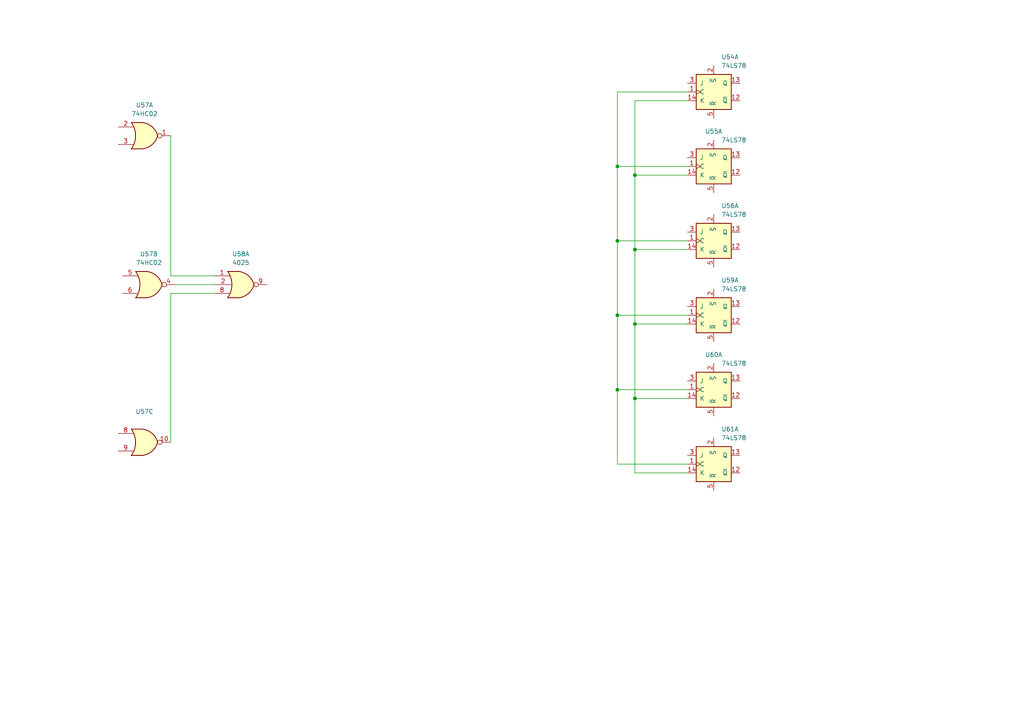
<source format=kicad_sch>
(kicad_sch (version 20230121) (generator eeschema)

  (uuid d9b49627-c6a7-4016-8b04-3270d41b248d)

  (paper "A4")

  (lib_symbols
    (symbol "4xxx:4025" (pin_names (offset 1.016)) (in_bom yes) (on_board yes)
      (property "Reference" "U" (at 0 1.27 0)
        (effects (font (size 1.27 1.27)))
      )
      (property "Value" "4025" (at 0 -1.27 0)
        (effects (font (size 1.27 1.27)))
      )
      (property "Footprint" "" (at 0 0 0)
        (effects (font (size 1.27 1.27)) hide)
      )
      (property "Datasheet" "http://www.intersil.com/content/dam/Intersil/documents/cd40/cd4000bms-01bms-02bms-25bms.pdf" (at 0 0 0)
        (effects (font (size 1.27 1.27)) hide)
      )
      (property "ki_locked" "" (at 0 0 0)
        (effects (font (size 1.27 1.27)))
      )
      (property "ki_keywords" "CMOS Nor3" (at 0 0 0)
        (effects (font (size 1.27 1.27)) hide)
      )
      (property "ki_description" "Triple Nor 3 inputs" (at 0 0 0)
        (effects (font (size 1.27 1.27)) hide)
      )
      (property "ki_fp_filters" "DIP?14*" (at 0 0 0)
        (effects (font (size 1.27 1.27)) hide)
      )
      (symbol "4025_1_1"
        (arc (start -3.81 -3.81) (mid -2.589 0) (end -3.81 3.81)
          (stroke (width 0.254) (type default))
          (fill (type none))
        )
        (arc (start -0.6096 -3.81) (mid 2.1842 -2.5851) (end 3.81 0)
          (stroke (width 0.254) (type default))
          (fill (type background))
        )
        (polyline
          (pts
            (xy -3.81 -3.81)
            (xy -0.635 -3.81)
          )
          (stroke (width 0.254) (type default))
          (fill (type background))
        )
        (polyline
          (pts
            (xy -3.81 3.81)
            (xy -0.635 3.81)
          )
          (stroke (width 0.254) (type default))
          (fill (type background))
        )
        (polyline
          (pts
            (xy -0.635 3.81)
            (xy -3.81 3.81)
            (xy -3.81 3.81)
            (xy -3.556 3.4036)
            (xy -3.0226 2.2606)
            (xy -2.6924 1.0414)
            (xy -2.6162 -0.254)
            (xy -2.7686 -1.4986)
            (xy -3.175 -2.7178)
            (xy -3.81 -3.81)
            (xy -3.81 -3.81)
            (xy -0.635 -3.81)
          )
          (stroke (width -25.4) (type default))
          (fill (type background))
        )
        (arc (start 3.81 0) (mid 2.1915 2.5936) (end -0.6096 3.81)
          (stroke (width 0.254) (type default))
          (fill (type background))
        )
        (pin input line (at -7.62 2.54 0) (length 4.318)
          (name "~" (effects (font (size 1.27 1.27))))
          (number "1" (effects (font (size 1.27 1.27))))
        )
        (pin input line (at -7.62 0 0) (length 4.953)
          (name "~" (effects (font (size 1.27 1.27))))
          (number "2" (effects (font (size 1.27 1.27))))
        )
        (pin input line (at -7.62 -2.54 0) (length 4.318)
          (name "~" (effects (font (size 1.27 1.27))))
          (number "8" (effects (font (size 1.27 1.27))))
        )
        (pin output inverted (at 7.62 0 180) (length 3.81)
          (name "~" (effects (font (size 1.27 1.27))))
          (number "9" (effects (font (size 1.27 1.27))))
        )
      )
      (symbol "4025_1_2"
        (arc (start 0 -3.81) (mid 3.7934 0) (end 0 3.81)
          (stroke (width 0.254) (type default))
          (fill (type background))
        )
        (polyline
          (pts
            (xy 0 3.81)
            (xy -3.81 3.81)
            (xy -3.81 -3.81)
            (xy 0 -3.81)
          )
          (stroke (width 0.254) (type default))
          (fill (type background))
        )
        (pin input inverted (at -7.62 2.54 0) (length 3.81)
          (name "~" (effects (font (size 1.27 1.27))))
          (number "1" (effects (font (size 1.27 1.27))))
        )
        (pin input inverted (at -7.62 0 0) (length 3.81)
          (name "~" (effects (font (size 1.27 1.27))))
          (number "2" (effects (font (size 1.27 1.27))))
        )
        (pin input inverted (at -7.62 -2.54 0) (length 3.81)
          (name "~" (effects (font (size 1.27 1.27))))
          (number "8" (effects (font (size 1.27 1.27))))
        )
        (pin output line (at 7.62 0 180) (length 3.81)
          (name "~" (effects (font (size 1.27 1.27))))
          (number "9" (effects (font (size 1.27 1.27))))
        )
      )
      (symbol "4025_2_1"
        (arc (start -3.81 -3.81) (mid -2.589 0) (end -3.81 3.81)
          (stroke (width 0.254) (type default))
          (fill (type none))
        )
        (arc (start -0.6096 -3.81) (mid 2.1842 -2.5851) (end 3.81 0)
          (stroke (width 0.254) (type default))
          (fill (type background))
        )
        (polyline
          (pts
            (xy -3.81 -3.81)
            (xy -0.635 -3.81)
          )
          (stroke (width 0.254) (type default))
          (fill (type background))
        )
        (polyline
          (pts
            (xy -3.81 3.81)
            (xy -0.635 3.81)
          )
          (stroke (width 0.254) (type default))
          (fill (type background))
        )
        (polyline
          (pts
            (xy -0.635 3.81)
            (xy -3.81 3.81)
            (xy -3.81 3.81)
            (xy -3.556 3.4036)
            (xy -3.0226 2.2606)
            (xy -2.6924 1.0414)
            (xy -2.6162 -0.254)
            (xy -2.7686 -1.4986)
            (xy -3.175 -2.7178)
            (xy -3.81 -3.81)
            (xy -3.81 -3.81)
            (xy -0.635 -3.81)
          )
          (stroke (width -25.4) (type default))
          (fill (type background))
        )
        (arc (start 3.81 0) (mid 2.1915 2.5936) (end -0.6096 3.81)
          (stroke (width 0.254) (type default))
          (fill (type background))
        )
        (pin input line (at -7.62 2.54 0) (length 4.318)
          (name "~" (effects (font (size 1.27 1.27))))
          (number "3" (effects (font (size 1.27 1.27))))
        )
        (pin input line (at -7.62 0 0) (length 4.953)
          (name "~" (effects (font (size 1.27 1.27))))
          (number "4" (effects (font (size 1.27 1.27))))
        )
        (pin input line (at -7.62 -2.54 0) (length 4.318)
          (name "~" (effects (font (size 1.27 1.27))))
          (number "5" (effects (font (size 1.27 1.27))))
        )
        (pin output inverted (at 7.62 0 180) (length 3.81)
          (name "~" (effects (font (size 1.27 1.27))))
          (number "6" (effects (font (size 1.27 1.27))))
        )
      )
      (symbol "4025_2_2"
        (arc (start 0 -3.81) (mid 3.7934 0) (end 0 3.81)
          (stroke (width 0.254) (type default))
          (fill (type background))
        )
        (polyline
          (pts
            (xy 0 3.81)
            (xy -3.81 3.81)
            (xy -3.81 -3.81)
            (xy 0 -3.81)
          )
          (stroke (width 0.254) (type default))
          (fill (type background))
        )
        (pin input inverted (at -7.62 2.54 0) (length 3.81)
          (name "~" (effects (font (size 1.27 1.27))))
          (number "3" (effects (font (size 1.27 1.27))))
        )
        (pin input inverted (at -7.62 0 0) (length 3.81)
          (name "~" (effects (font (size 1.27 1.27))))
          (number "4" (effects (font (size 1.27 1.27))))
        )
        (pin input inverted (at -7.62 -2.54 0) (length 3.81)
          (name "~" (effects (font (size 1.27 1.27))))
          (number "5" (effects (font (size 1.27 1.27))))
        )
        (pin output line (at 7.62 0 180) (length 3.81)
          (name "~" (effects (font (size 1.27 1.27))))
          (number "6" (effects (font (size 1.27 1.27))))
        )
      )
      (symbol "4025_3_1"
        (arc (start -3.81 -3.81) (mid -2.589 0) (end -3.81 3.81)
          (stroke (width 0.254) (type default))
          (fill (type none))
        )
        (arc (start -0.6096 -3.81) (mid 2.1842 -2.5851) (end 3.81 0)
          (stroke (width 0.254) (type default))
          (fill (type background))
        )
        (polyline
          (pts
            (xy -3.81 -3.81)
            (xy -0.635 -3.81)
          )
          (stroke (width 0.254) (type default))
          (fill (type background))
        )
        (polyline
          (pts
            (xy -3.81 3.81)
            (xy -0.635 3.81)
          )
          (stroke (width 0.254) (type default))
          (fill (type background))
        )
        (polyline
          (pts
            (xy -0.635 3.81)
            (xy -3.81 3.81)
            (xy -3.81 3.81)
            (xy -3.556 3.4036)
            (xy -3.0226 2.2606)
            (xy -2.6924 1.0414)
            (xy -2.6162 -0.254)
            (xy -2.7686 -1.4986)
            (xy -3.175 -2.7178)
            (xy -3.81 -3.81)
            (xy -3.81 -3.81)
            (xy -0.635 -3.81)
          )
          (stroke (width -25.4) (type default))
          (fill (type background))
        )
        (arc (start 3.81 0) (mid 2.1915 2.5936) (end -0.6096 3.81)
          (stroke (width 0.254) (type default))
          (fill (type background))
        )
        (pin output inverted (at 7.62 0 180) (length 3.81)
          (name "~" (effects (font (size 1.27 1.27))))
          (number "10" (effects (font (size 1.27 1.27))))
        )
        (pin input line (at -7.62 2.54 0) (length 4.318)
          (name "~" (effects (font (size 1.27 1.27))))
          (number "11" (effects (font (size 1.27 1.27))))
        )
        (pin input line (at -7.62 0 0) (length 4.953)
          (name "~" (effects (font (size 1.27 1.27))))
          (number "12" (effects (font (size 1.27 1.27))))
        )
        (pin input line (at -7.62 -2.54 0) (length 4.318)
          (name "~" (effects (font (size 1.27 1.27))))
          (number "13" (effects (font (size 1.27 1.27))))
        )
      )
      (symbol "4025_3_2"
        (arc (start 0 -3.81) (mid 3.7934 0) (end 0 3.81)
          (stroke (width 0.254) (type default))
          (fill (type background))
        )
        (polyline
          (pts
            (xy 0 3.81)
            (xy -3.81 3.81)
            (xy -3.81 -3.81)
            (xy 0 -3.81)
          )
          (stroke (width 0.254) (type default))
          (fill (type background))
        )
        (pin output line (at 7.62 0 180) (length 3.81)
          (name "~" (effects (font (size 1.27 1.27))))
          (number "10" (effects (font (size 1.27 1.27))))
        )
        (pin input inverted (at -7.62 2.54 0) (length 3.81)
          (name "~" (effects (font (size 1.27 1.27))))
          (number "11" (effects (font (size 1.27 1.27))))
        )
        (pin input inverted (at -7.62 0 0) (length 3.81)
          (name "~" (effects (font (size 1.27 1.27))))
          (number "12" (effects (font (size 1.27 1.27))))
        )
        (pin input inverted (at -7.62 -2.54 0) (length 3.81)
          (name "~" (effects (font (size 1.27 1.27))))
          (number "13" (effects (font (size 1.27 1.27))))
        )
      )
      (symbol "4025_4_0"
        (pin power_in line (at 0 12.7 270) (length 5.08)
          (name "VDD" (effects (font (size 1.27 1.27))))
          (number "14" (effects (font (size 1.27 1.27))))
        )
        (pin power_in line (at 0 -12.7 90) (length 5.08)
          (name "VSS" (effects (font (size 1.27 1.27))))
          (number "7" (effects (font (size 1.27 1.27))))
        )
      )
      (symbol "4025_4_1"
        (rectangle (start -5.08 7.62) (end 5.08 -7.62)
          (stroke (width 0.254) (type default))
          (fill (type background))
        )
      )
    )
    (symbol "74xx:74HC02" (pin_names (offset 1.016)) (in_bom yes) (on_board yes)
      (property "Reference" "U" (at 0 1.27 0)
        (effects (font (size 1.27 1.27)))
      )
      (property "Value" "74HC02" (at 0 -1.27 0)
        (effects (font (size 1.27 1.27)))
      )
      (property "Footprint" "" (at 0 0 0)
        (effects (font (size 1.27 1.27)) hide)
      )
      (property "Datasheet" "http://www.ti.com/lit/gpn/sn74hc02" (at 0 0 0)
        (effects (font (size 1.27 1.27)) hide)
      )
      (property "ki_locked" "" (at 0 0 0)
        (effects (font (size 1.27 1.27)))
      )
      (property "ki_keywords" "HCMOS Nor2" (at 0 0 0)
        (effects (font (size 1.27 1.27)) hide)
      )
      (property "ki_description" "quad 2-input NOR gate" (at 0 0 0)
        (effects (font (size 1.27 1.27)) hide)
      )
      (property "ki_fp_filters" "SO14* DIP*W7.62mm*" (at 0 0 0)
        (effects (font (size 1.27 1.27)) hide)
      )
      (symbol "74HC02_1_1"
        (arc (start -3.81 -3.81) (mid -2.589 0) (end -3.81 3.81)
          (stroke (width 0.254) (type default))
          (fill (type none))
        )
        (arc (start -0.6096 -3.81) (mid 2.1842 -2.5851) (end 3.81 0)
          (stroke (width 0.254) (type default))
          (fill (type background))
        )
        (polyline
          (pts
            (xy -3.81 -3.81)
            (xy -0.635 -3.81)
          )
          (stroke (width 0.254) (type default))
          (fill (type background))
        )
        (polyline
          (pts
            (xy -3.81 3.81)
            (xy -0.635 3.81)
          )
          (stroke (width 0.254) (type default))
          (fill (type background))
        )
        (polyline
          (pts
            (xy -0.635 3.81)
            (xy -3.81 3.81)
            (xy -3.81 3.81)
            (xy -3.556 3.4036)
            (xy -3.0226 2.2606)
            (xy -2.6924 1.0414)
            (xy -2.6162 -0.254)
            (xy -2.7686 -1.4986)
            (xy -3.175 -2.7178)
            (xy -3.81 -3.81)
            (xy -3.81 -3.81)
            (xy -0.635 -3.81)
          )
          (stroke (width -25.4) (type default))
          (fill (type background))
        )
        (arc (start 3.81 0) (mid 2.1915 2.5936) (end -0.6096 3.81)
          (stroke (width 0.254) (type default))
          (fill (type background))
        )
        (pin output inverted (at 7.62 0 180) (length 3.81)
          (name "~" (effects (font (size 1.27 1.27))))
          (number "1" (effects (font (size 1.27 1.27))))
        )
        (pin input line (at -7.62 2.54 0) (length 4.318)
          (name "~" (effects (font (size 1.27 1.27))))
          (number "2" (effects (font (size 1.27 1.27))))
        )
        (pin input line (at -7.62 -2.54 0) (length 4.318)
          (name "~" (effects (font (size 1.27 1.27))))
          (number "3" (effects (font (size 1.27 1.27))))
        )
      )
      (symbol "74HC02_1_2"
        (arc (start 0 -3.81) (mid 3.7934 0) (end 0 3.81)
          (stroke (width 0.254) (type default))
          (fill (type background))
        )
        (polyline
          (pts
            (xy 0 3.81)
            (xy -3.81 3.81)
            (xy -3.81 -3.81)
            (xy 0 -3.81)
          )
          (stroke (width 0.254) (type default))
          (fill (type background))
        )
        (pin output line (at 7.62 0 180) (length 3.81)
          (name "~" (effects (font (size 1.27 1.27))))
          (number "1" (effects (font (size 1.27 1.27))))
        )
        (pin input inverted (at -7.62 2.54 0) (length 3.81)
          (name "~" (effects (font (size 1.27 1.27))))
          (number "2" (effects (font (size 1.27 1.27))))
        )
        (pin input inverted (at -7.62 -2.54 0) (length 3.81)
          (name "~" (effects (font (size 1.27 1.27))))
          (number "3" (effects (font (size 1.27 1.27))))
        )
      )
      (symbol "74HC02_2_1"
        (arc (start -3.81 -3.81) (mid -2.589 0) (end -3.81 3.81)
          (stroke (width 0.254) (type default))
          (fill (type none))
        )
        (arc (start -0.6096 -3.81) (mid 2.1842 -2.5851) (end 3.81 0)
          (stroke (width 0.254) (type default))
          (fill (type background))
        )
        (polyline
          (pts
            (xy -3.81 -3.81)
            (xy -0.635 -3.81)
          )
          (stroke (width 0.254) (type default))
          (fill (type background))
        )
        (polyline
          (pts
            (xy -3.81 3.81)
            (xy -0.635 3.81)
          )
          (stroke (width 0.254) (type default))
          (fill (type background))
        )
        (polyline
          (pts
            (xy -0.635 3.81)
            (xy -3.81 3.81)
            (xy -3.81 3.81)
            (xy -3.556 3.4036)
            (xy -3.0226 2.2606)
            (xy -2.6924 1.0414)
            (xy -2.6162 -0.254)
            (xy -2.7686 -1.4986)
            (xy -3.175 -2.7178)
            (xy -3.81 -3.81)
            (xy -3.81 -3.81)
            (xy -0.635 -3.81)
          )
          (stroke (width -25.4) (type default))
          (fill (type background))
        )
        (arc (start 3.81 0) (mid 2.1915 2.5936) (end -0.6096 3.81)
          (stroke (width 0.254) (type default))
          (fill (type background))
        )
        (pin output inverted (at 7.62 0 180) (length 3.81)
          (name "~" (effects (font (size 1.27 1.27))))
          (number "4" (effects (font (size 1.27 1.27))))
        )
        (pin input line (at -7.62 2.54 0) (length 4.318)
          (name "~" (effects (font (size 1.27 1.27))))
          (number "5" (effects (font (size 1.27 1.27))))
        )
        (pin input line (at -7.62 -2.54 0) (length 4.318)
          (name "~" (effects (font (size 1.27 1.27))))
          (number "6" (effects (font (size 1.27 1.27))))
        )
      )
      (symbol "74HC02_2_2"
        (arc (start 0 -3.81) (mid 3.7934 0) (end 0 3.81)
          (stroke (width 0.254) (type default))
          (fill (type background))
        )
        (polyline
          (pts
            (xy 0 3.81)
            (xy -3.81 3.81)
            (xy -3.81 -3.81)
            (xy 0 -3.81)
          )
          (stroke (width 0.254) (type default))
          (fill (type background))
        )
        (pin output line (at 7.62 0 180) (length 3.81)
          (name "~" (effects (font (size 1.27 1.27))))
          (number "4" (effects (font (size 1.27 1.27))))
        )
        (pin input inverted (at -7.62 2.54 0) (length 3.81)
          (name "~" (effects (font (size 1.27 1.27))))
          (number "5" (effects (font (size 1.27 1.27))))
        )
        (pin input inverted (at -7.62 -2.54 0) (length 3.81)
          (name "~" (effects (font (size 1.27 1.27))))
          (number "6" (effects (font (size 1.27 1.27))))
        )
      )
      (symbol "74HC02_3_1"
        (arc (start -3.81 -3.81) (mid -2.589 0) (end -3.81 3.81)
          (stroke (width 0.254) (type default))
          (fill (type none))
        )
        (arc (start -0.6096 -3.81) (mid 2.1842 -2.5851) (end 3.81 0)
          (stroke (width 0.254) (type default))
          (fill (type background))
        )
        (polyline
          (pts
            (xy -3.81 -3.81)
            (xy -0.635 -3.81)
          )
          (stroke (width 0.254) (type default))
          (fill (type background))
        )
        (polyline
          (pts
            (xy -3.81 3.81)
            (xy -0.635 3.81)
          )
          (stroke (width 0.254) (type default))
          (fill (type background))
        )
        (polyline
          (pts
            (xy -0.635 3.81)
            (xy -3.81 3.81)
            (xy -3.81 3.81)
            (xy -3.556 3.4036)
            (xy -3.0226 2.2606)
            (xy -2.6924 1.0414)
            (xy -2.6162 -0.254)
            (xy -2.7686 -1.4986)
            (xy -3.175 -2.7178)
            (xy -3.81 -3.81)
            (xy -3.81 -3.81)
            (xy -0.635 -3.81)
          )
          (stroke (width -25.4) (type default))
          (fill (type background))
        )
        (arc (start 3.81 0) (mid 2.1915 2.5936) (end -0.6096 3.81)
          (stroke (width 0.254) (type default))
          (fill (type background))
        )
        (pin output inverted (at 7.62 0 180) (length 3.81)
          (name "~" (effects (font (size 1.27 1.27))))
          (number "10" (effects (font (size 1.27 1.27))))
        )
        (pin input line (at -7.62 2.54 0) (length 4.318)
          (name "~" (effects (font (size 1.27 1.27))))
          (number "8" (effects (font (size 1.27 1.27))))
        )
        (pin input line (at -7.62 -2.54 0) (length 4.318)
          (name "~" (effects (font (size 1.27 1.27))))
          (number "9" (effects (font (size 1.27 1.27))))
        )
      )
      (symbol "74HC02_3_2"
        (arc (start 0 -3.81) (mid 3.7934 0) (end 0 3.81)
          (stroke (width 0.254) (type default))
          (fill (type background))
        )
        (polyline
          (pts
            (xy 0 3.81)
            (xy -3.81 3.81)
            (xy -3.81 -3.81)
            (xy 0 -3.81)
          )
          (stroke (width 0.254) (type default))
          (fill (type background))
        )
        (pin output line (at 7.62 0 180) (length 3.81)
          (name "~" (effects (font (size 1.27 1.27))))
          (number "10" (effects (font (size 1.27 1.27))))
        )
        (pin input inverted (at -7.62 2.54 0) (length 3.81)
          (name "~" (effects (font (size 1.27 1.27))))
          (number "8" (effects (font (size 1.27 1.27))))
        )
        (pin input inverted (at -7.62 -2.54 0) (length 3.81)
          (name "~" (effects (font (size 1.27 1.27))))
          (number "9" (effects (font (size 1.27 1.27))))
        )
      )
      (symbol "74HC02_4_1"
        (arc (start -3.81 -3.81) (mid -2.589 0) (end -3.81 3.81)
          (stroke (width 0.254) (type default))
          (fill (type none))
        )
        (arc (start -0.6096 -3.81) (mid 2.1842 -2.5851) (end 3.81 0)
          (stroke (width 0.254) (type default))
          (fill (type background))
        )
        (polyline
          (pts
            (xy -3.81 -3.81)
            (xy -0.635 -3.81)
          )
          (stroke (width 0.254) (type default))
          (fill (type background))
        )
        (polyline
          (pts
            (xy -3.81 3.81)
            (xy -0.635 3.81)
          )
          (stroke (width 0.254) (type default))
          (fill (type background))
        )
        (polyline
          (pts
            (xy -0.635 3.81)
            (xy -3.81 3.81)
            (xy -3.81 3.81)
            (xy -3.556 3.4036)
            (xy -3.0226 2.2606)
            (xy -2.6924 1.0414)
            (xy -2.6162 -0.254)
            (xy -2.7686 -1.4986)
            (xy -3.175 -2.7178)
            (xy -3.81 -3.81)
            (xy -3.81 -3.81)
            (xy -0.635 -3.81)
          )
          (stroke (width -25.4) (type default))
          (fill (type background))
        )
        (arc (start 3.81 0) (mid 2.1915 2.5936) (end -0.6096 3.81)
          (stroke (width 0.254) (type default))
          (fill (type background))
        )
        (pin input line (at -7.62 2.54 0) (length 4.318)
          (name "~" (effects (font (size 1.27 1.27))))
          (number "11" (effects (font (size 1.27 1.27))))
        )
        (pin input line (at -7.62 -2.54 0) (length 4.318)
          (name "~" (effects (font (size 1.27 1.27))))
          (number "12" (effects (font (size 1.27 1.27))))
        )
        (pin output inverted (at 7.62 0 180) (length 3.81)
          (name "~" (effects (font (size 1.27 1.27))))
          (number "13" (effects (font (size 1.27 1.27))))
        )
      )
      (symbol "74HC02_4_2"
        (arc (start 0 -3.81) (mid 3.7934 0) (end 0 3.81)
          (stroke (width 0.254) (type default))
          (fill (type background))
        )
        (polyline
          (pts
            (xy 0 3.81)
            (xy -3.81 3.81)
            (xy -3.81 -3.81)
            (xy 0 -3.81)
          )
          (stroke (width 0.254) (type default))
          (fill (type background))
        )
        (pin input inverted (at -7.62 2.54 0) (length 3.81)
          (name "~" (effects (font (size 1.27 1.27))))
          (number "11" (effects (font (size 1.27 1.27))))
        )
        (pin input inverted (at -7.62 -2.54 0) (length 3.81)
          (name "~" (effects (font (size 1.27 1.27))))
          (number "12" (effects (font (size 1.27 1.27))))
        )
        (pin output line (at 7.62 0 180) (length 3.81)
          (name "~" (effects (font (size 1.27 1.27))))
          (number "13" (effects (font (size 1.27 1.27))))
        )
      )
      (symbol "74HC02_5_0"
        (pin power_in line (at 0 12.7 270) (length 5.08)
          (name "VCC" (effects (font (size 1.27 1.27))))
          (number "14" (effects (font (size 1.27 1.27))))
        )
        (pin power_in line (at 0 -12.7 90) (length 5.08)
          (name "GND" (effects (font (size 1.27 1.27))))
          (number "7" (effects (font (size 1.27 1.27))))
        )
      )
      (symbol "74HC02_5_1"
        (rectangle (start -5.08 7.62) (end 5.08 -7.62)
          (stroke (width 0.254) (type default))
          (fill (type background))
        )
      )
    )
    (symbol "74xx:74LS78" (pin_names (offset 1.016)) (in_bom yes) (on_board yes)
      (property "Reference" "U" (at -7.62 8.89 0)
        (effects (font (size 1.27 1.27)))
      )
      (property "Value" "74LS78" (at -7.62 -8.89 0)
        (effects (font (size 1.27 1.27)))
      )
      (property "Footprint" "" (at 0 0 0)
        (effects (font (size 1.27 1.27)) hide)
      )
      (property "Datasheet" "http://www.ti.com/lit/gpn/sn74LS78" (at 0 0 0)
        (effects (font (size 1.27 1.27)) hide)
      )
      (property "ki_locked" "" (at 0 0 0)
        (effects (font (size 1.27 1.27)))
      )
      (property "ki_keywords" "TTL JK JKFF" (at 0 0 0)
        (effects (font (size 1.27 1.27)) hide)
      )
      (property "ki_description" "Dual JK Flip-flop, Set, Common clock & reset" (at 0 0 0)
        (effects (font (size 1.27 1.27)) hide)
      )
      (property "ki_fp_filters" "DIP*W7.62mm*" (at 0 0 0)
        (effects (font (size 1.27 1.27)) hide)
      )
      (symbol "74LS78_1_0"
        (pin input clock (at -7.62 0 0) (length 2.54)
          (name "C" (effects (font (size 1.27 1.27))))
          (number "1" (effects (font (size 1.27 1.27))))
        )
        (pin output line (at 7.62 -2.54 180) (length 2.54)
          (name "~{Q}" (effects (font (size 1.27 1.27))))
          (number "12" (effects (font (size 1.27 1.27))))
        )
        (pin output line (at 7.62 2.54 180) (length 2.54)
          (name "Q" (effects (font (size 1.27 1.27))))
          (number "13" (effects (font (size 1.27 1.27))))
        )
        (pin input line (at -7.62 -2.54 0) (length 2.54)
          (name "K" (effects (font (size 1.27 1.27))))
          (number "14" (effects (font (size 1.27 1.27))))
        )
        (pin input line (at 0 7.62 270) (length 2.54)
          (name "~{S}" (effects (font (size 1.27 1.27))))
          (number "2" (effects (font (size 1.27 1.27))))
        )
        (pin input line (at -7.62 2.54 0) (length 2.54)
          (name "J" (effects (font (size 1.27 1.27))))
          (number "3" (effects (font (size 1.27 1.27))))
        )
        (pin input line (at 0 -7.62 90) (length 2.54)
          (name "~{R}" (effects (font (size 1.27 1.27))))
          (number "5" (effects (font (size 1.27 1.27))))
        )
      )
      (symbol "74LS78_1_1"
        (rectangle (start -5.08 5.08) (end 5.08 -5.08)
          (stroke (width 0.254) (type default))
          (fill (type background))
        )
      )
      (symbol "74LS78_2_0"
        (pin input clock (at -7.62 0 0) (length 2.54)
          (name "C" (effects (font (size 1.27 1.27))))
          (number "1" (effects (font (size 1.27 1.27))))
        )
        (pin input line (at -7.62 2.54 0) (length 2.54)
          (name "J" (effects (font (size 1.27 1.27))))
          (number "10" (effects (font (size 1.27 1.27))))
        )
        (pin input line (at 0 -7.62 90) (length 2.54)
          (name "~{R}" (effects (font (size 1.27 1.27))))
          (number "5" (effects (font (size 1.27 1.27))))
        )
        (pin input line (at 0 7.62 270) (length 2.54)
          (name "~{S}" (effects (font (size 1.27 1.27))))
          (number "6" (effects (font (size 1.27 1.27))))
        )
        (pin input line (at -7.62 -2.54 0) (length 2.54)
          (name "K" (effects (font (size 1.27 1.27))))
          (number "7" (effects (font (size 1.27 1.27))))
        )
        (pin output line (at 7.62 2.54 180) (length 2.54)
          (name "Q" (effects (font (size 1.27 1.27))))
          (number "8" (effects (font (size 1.27 1.27))))
        )
        (pin output line (at 7.62 -2.54 180) (length 2.54)
          (name "~{Q}" (effects (font (size 1.27 1.27))))
          (number "9" (effects (font (size 1.27 1.27))))
        )
      )
      (symbol "74LS78_2_1"
        (rectangle (start -5.08 5.08) (end 5.08 -5.08)
          (stroke (width 0.254) (type default))
          (fill (type background))
        )
      )
      (symbol "74LS78_3_0"
        (pin power_in line (at 0 -10.16 90) (length 2.54)
          (name "GND" (effects (font (size 1.27 1.27))))
          (number "11" (effects (font (size 1.27 1.27))))
        )
        (pin power_in line (at 0 10.16 270) (length 2.54)
          (name "VCC" (effects (font (size 1.27 1.27))))
          (number "4" (effects (font (size 1.27 1.27))))
        )
      )
      (symbol "74LS78_3_1"
        (rectangle (start -5.08 7.62) (end 5.08 -7.62)
          (stroke (width 0.254) (type default))
          (fill (type background))
        )
      )
    )
  )

  (junction (at 179.07 48.26) (diameter 0) (color 0 0 0 0)
    (uuid 08f1582b-c0bf-4724-8e46-8300053ed7eb)
  )
  (junction (at 179.07 69.85) (diameter 0) (color 0 0 0 0)
    (uuid 244c0428-3227-4244-aa47-f965fc30a552)
  )
  (junction (at 184.15 93.98) (diameter 0) (color 0 0 0 0)
    (uuid 250497e1-c320-46c6-81e4-323fd2b02c63)
  )
  (junction (at 179.07 91.44) (diameter 0) (color 0 0 0 0)
    (uuid 3b399d6f-b218-497a-ad5f-511466e60ed0)
  )
  (junction (at 184.15 50.8) (diameter 0) (color 0 0 0 0)
    (uuid 6396be99-28c6-478d-a7bf-18c8b07d377b)
  )
  (junction (at 179.07 113.03) (diameter 0) (color 0 0 0 0)
    (uuid a014f166-b549-4cb0-b38c-ec191159fc92)
  )
  (junction (at 184.15 115.57) (diameter 0) (color 0 0 0 0)
    (uuid bf0da691-541f-430d-a2fb-29934eb180bc)
  )
  (junction (at 184.15 72.39) (diameter 0) (color 0 0 0 0)
    (uuid dd4141ee-0c39-47c1-bd71-6bc6ca07ffd2)
  )

  (wire (pts (xy 184.15 50.8) (xy 184.15 72.39))
    (stroke (width 0) (type default))
    (uuid 0e4ae9a6-bd85-4ffb-8880-a8138de5b5d1)
  )
  (wire (pts (xy 199.39 26.67) (xy 179.07 26.67))
    (stroke (width 0) (type default))
    (uuid 1281200e-9a55-4969-b0ef-01a16630cc18)
  )
  (wire (pts (xy 184.15 72.39) (xy 184.15 93.98))
    (stroke (width 0) (type default))
    (uuid 1cda7d64-fd70-4925-aa4d-73d4f33b2117)
  )
  (wire (pts (xy 179.07 134.62) (xy 199.39 134.62))
    (stroke (width 0) (type default))
    (uuid 1e931088-b0a1-4fdb-8e0a-62e4a1b6635d)
  )
  (wire (pts (xy 49.53 85.09) (xy 62.23 85.09))
    (stroke (width 0) (type default))
    (uuid 1f0eba0a-a608-471a-9323-e9264c27edb7)
  )
  (wire (pts (xy 179.07 91.44) (xy 179.07 113.03))
    (stroke (width 0) (type default))
    (uuid 2ad008a2-8d12-4f09-be86-578b3ac333ec)
  )
  (wire (pts (xy 49.53 80.01) (xy 62.23 80.01))
    (stroke (width 0) (type default))
    (uuid 37f745ee-96e8-461a-933f-228d494b9d00)
  )
  (wire (pts (xy 199.39 29.21) (xy 184.15 29.21))
    (stroke (width 0) (type default))
    (uuid 3ccf11da-b227-4578-a1e1-24c31d891b70)
  )
  (wire (pts (xy 184.15 115.57) (xy 184.15 137.16))
    (stroke (width 0) (type default))
    (uuid 3e3736c7-c582-4d09-9e9a-109554447863)
  )
  (wire (pts (xy 184.15 50.8) (xy 199.39 50.8))
    (stroke (width 0) (type default))
    (uuid 588b1ca1-14c6-4ed4-b70b-df3b62590371)
  )
  (wire (pts (xy 179.07 26.67) (xy 179.07 48.26))
    (stroke (width 0) (type default))
    (uuid 640ab5a9-6fd2-48a8-893d-ee6d19dff4b5)
  )
  (wire (pts (xy 179.07 113.03) (xy 199.39 113.03))
    (stroke (width 0) (type default))
    (uuid 6a728092-576e-48db-af29-eab31d5cfe3b)
  )
  (wire (pts (xy 179.07 69.85) (xy 199.39 69.85))
    (stroke (width 0) (type default))
    (uuid 6ddd885b-9f00-4fb5-8555-9367cbae2cf9)
  )
  (wire (pts (xy 49.53 39.37) (xy 49.53 80.01))
    (stroke (width 0) (type default))
    (uuid 86dcc22e-e30f-48ef-8b3d-bc07d54e2415)
  )
  (wire (pts (xy 184.15 93.98) (xy 184.15 115.57))
    (stroke (width 0) (type default))
    (uuid 8a61ea00-d836-457c-ab4d-dd199b60ccb4)
  )
  (wire (pts (xy 179.07 113.03) (xy 179.07 134.62))
    (stroke (width 0) (type default))
    (uuid 9420d569-f368-43f7-a00a-8eaad47e9a2d)
  )
  (wire (pts (xy 184.15 115.57) (xy 199.39 115.57))
    (stroke (width 0) (type default))
    (uuid 990a8d3d-c351-4e9a-8d28-675b90307c7a)
  )
  (wire (pts (xy 184.15 137.16) (xy 199.39 137.16))
    (stroke (width 0) (type default))
    (uuid aa354f91-62ea-4cc6-a184-858272d88771)
  )
  (wire (pts (xy 179.07 48.26) (xy 179.07 69.85))
    (stroke (width 0) (type default))
    (uuid adde2393-c4ee-42a6-9a60-bb281f3a9b75)
  )
  (wire (pts (xy 49.53 85.09) (xy 49.53 128.27))
    (stroke (width 0) (type default))
    (uuid cc0f4bb9-7f50-4a79-9941-25445b8c0c20)
  )
  (wire (pts (xy 179.07 48.26) (xy 199.39 48.26))
    (stroke (width 0) (type default))
    (uuid d1a3b3e2-17b4-4471-8e82-c5e15942c0fb)
  )
  (wire (pts (xy 184.15 93.98) (xy 199.39 93.98))
    (stroke (width 0) (type default))
    (uuid d3d0cda8-2c19-441a-9d5a-15d586c54f87)
  )
  (wire (pts (xy 184.15 72.39) (xy 199.39 72.39))
    (stroke (width 0) (type default))
    (uuid db211a6e-0ca0-4e6d-9953-bdb7e99e64cb)
  )
  (wire (pts (xy 179.07 69.85) (xy 179.07 91.44))
    (stroke (width 0) (type default))
    (uuid f25ce18a-94b8-4b82-bc6b-b58ff33150bf)
  )
  (wire (pts (xy 184.15 29.21) (xy 184.15 50.8))
    (stroke (width 0) (type default))
    (uuid f29345c5-4713-48ca-aa6a-765f3c449954)
  )
  (wire (pts (xy 199.39 91.44) (xy 179.07 91.44))
    (stroke (width 0) (type default))
    (uuid f3f26605-4e93-4343-8180-130377f885a7)
  )
  (wire (pts (xy 50.8 82.55) (xy 62.23 82.55))
    (stroke (width 0) (type default))
    (uuid f590de5c-91c2-4eaf-9ecd-c3facd4a485f)
  )

  (symbol (lib_id "74xx:74HC02") (at 41.91 39.37 0) (unit 1)
    (in_bom yes) (on_board yes) (dnp no) (fields_autoplaced)
    (uuid 074ccc7d-2b3e-4283-a0c3-4a06d7e310ed)
    (property "Reference" "U57" (at 41.91 30.48 0)
      (effects (font (size 1.27 1.27)))
    )
    (property "Value" "74HC02" (at 41.91 33.02 0)
      (effects (font (size 1.27 1.27)))
    )
    (property "Footprint" "" (at 41.91 39.37 0)
      (effects (font (size 1.27 1.27)) hide)
    )
    (property "Datasheet" "http://www.ti.com/lit/gpn/sn74hc02" (at 41.91 39.37 0)
      (effects (font (size 1.27 1.27)) hide)
    )
    (pin "1" (uuid 65594242-5b1b-45c9-8a5a-26374f24bc7b))
    (pin "2" (uuid 511c74bd-ab7e-4590-8868-ea569166d94a))
    (pin "3" (uuid b1150512-4783-4ad8-947f-45024a5da656))
    (pin "4" (uuid 04c3e3d6-414c-4bc2-82be-12a309b92823))
    (pin "5" (uuid 8ba8426f-206a-4dc6-b237-d096b2a62908))
    (pin "6" (uuid aaf1c812-f16f-4353-af2c-19d27424256f))
    (pin "10" (uuid 6dd411d4-ea48-4552-8f8d-5fb625433121))
    (pin "8" (uuid 631ada31-8bef-40c7-a9e6-8dc9539e838b))
    (pin "9" (uuid e9e4b422-83ca-4dd1-8f67-3bc15bfe66e2))
    (pin "11" (uuid e5ed4169-f72b-4044-954a-9868022bae01))
    (pin "12" (uuid 57f0120a-8a63-40fa-add5-163f16891e35))
    (pin "13" (uuid 36106d14-68e1-4e6f-a8e6-154a19d08fea))
    (pin "14" (uuid 2f9b8647-d7d2-4b99-bf7a-d3b43e5b7752))
    (pin "7" (uuid e595f2a2-00d7-4433-a56c-c1cfbbfd2644))
    (instances
      (project "szinti"
        (path "/c9b1620a-569f-4770-8753-fedfc7271ef5/4e4dea23-2f17-463b-9ca5-2828f8ff861a/c8b5ab91-494f-4421-84d4-01626ca411ba"
          (reference "U57") (unit 1)
        )
      )
    )
  )

  (symbol (lib_id "74xx:74LS78") (at 207.01 69.85 0) (unit 1)
    (in_bom yes) (on_board yes) (dnp no) (fields_autoplaced)
    (uuid 13eb31d1-42f5-43be-86de-9d65d0211303)
    (property "Reference" "U56" (at 209.2041 59.69 0)
      (effects (font (size 1.27 1.27)) (justify left))
    )
    (property "Value" "74LS78" (at 209.2041 62.23 0)
      (effects (font (size 1.27 1.27)) (justify left))
    )
    (property "Footprint" "" (at 207.01 69.85 0)
      (effects (font (size 1.27 1.27)) hide)
    )
    (property "Datasheet" "http://www.ti.com/lit/gpn/sn74LS78" (at 207.01 69.85 0)
      (effects (font (size 1.27 1.27)) hide)
    )
    (pin "1" (uuid 45ef0409-3daa-43b4-b093-adab96315d42))
    (pin "12" (uuid ca0a0674-c577-4b2c-8bb6-e64d50d97865))
    (pin "13" (uuid ae876806-71d5-4cef-827d-dcdbde8807a2))
    (pin "14" (uuid 4284082f-8d73-4d0c-9ce2-8ffe908b4495))
    (pin "2" (uuid 29cc4bc1-d5ed-4e45-b935-234b5d01ae71))
    (pin "3" (uuid 9c0e5589-abe3-42f1-8f91-f3412b5f01dd))
    (pin "5" (uuid 1a4de1de-24ea-427e-b02d-d66b3d926bca))
    (pin "1" (uuid 32122fb9-e491-43b8-9abf-16e8adc632e1))
    (pin "10" (uuid ea460ede-e37a-43db-9e0e-9f5b205b4ca1))
    (pin "5" (uuid 18561ad5-0e0c-4fb7-be00-39541b4a4ee7))
    (pin "6" (uuid cb30c222-a84e-4007-8ef4-b5829379959e))
    (pin "7" (uuid 590d5657-1fe3-4701-8968-073bd99002f0))
    (pin "8" (uuid a62fce50-68c4-4f3a-8876-9960efe6e266))
    (pin "9" (uuid 36562018-a22e-4906-b9c4-cc4c005b36d7))
    (pin "11" (uuid 9ed8e21d-e172-469a-b32a-2f3a5e724ea4))
    (pin "4" (uuid 570fa0c8-86e0-4257-9c92-3be687d79793))
    (instances
      (project "szinti"
        (path "/c9b1620a-569f-4770-8753-fedfc7271ef5/4e4dea23-2f17-463b-9ca5-2828f8ff861a/c8b5ab91-494f-4421-84d4-01626ca411ba"
          (reference "U56") (unit 1)
        )
      )
    )
  )

  (symbol (lib_id "74xx:74LS78") (at 207.01 134.62 0) (unit 1)
    (in_bom yes) (on_board yes) (dnp no) (fields_autoplaced)
    (uuid 27367681-cae3-4d1e-ae13-df433a1f3070)
    (property "Reference" "U61" (at 209.2041 124.46 0)
      (effects (font (size 1.27 1.27)) (justify left))
    )
    (property "Value" "74LS78" (at 209.2041 127 0)
      (effects (font (size 1.27 1.27)) (justify left))
    )
    (property "Footprint" "" (at 207.01 134.62 0)
      (effects (font (size 1.27 1.27)) hide)
    )
    (property "Datasheet" "http://www.ti.com/lit/gpn/sn74LS78" (at 207.01 134.62 0)
      (effects (font (size 1.27 1.27)) hide)
    )
    (pin "1" (uuid 71add44e-ba98-453d-9367-3a7a6986c22d))
    (pin "12" (uuid 620e903d-b06b-41ec-acab-1c3ec62c8a40))
    (pin "13" (uuid fb202b61-f893-4bb3-b98f-04e32eb6fe31))
    (pin "14" (uuid d8e526c4-6f8e-4691-84d4-c68ac2d82186))
    (pin "2" (uuid 895bd99c-a601-4bf1-89cc-93a7b5794461))
    (pin "3" (uuid b141dba0-3756-4bf8-916a-4f028a6f93d2))
    (pin "5" (uuid 7b307e3f-96bf-4d28-925e-d51c8f530fc0))
    (pin "1" (uuid 32122fb9-e491-43b8-9abf-16e8adc632e2))
    (pin "10" (uuid ea460ede-e37a-43db-9e0e-9f5b205b4ca2))
    (pin "5" (uuid 18561ad5-0e0c-4fb7-be00-39541b4a4ee8))
    (pin "6" (uuid cb30c222-a84e-4007-8ef4-b5829379959f))
    (pin "7" (uuid 590d5657-1fe3-4701-8968-073bd99002f1))
    (pin "8" (uuid a62fce50-68c4-4f3a-8876-9960efe6e267))
    (pin "9" (uuid 36562018-a22e-4906-b9c4-cc4c005b36d8))
    (pin "11" (uuid 9ed8e21d-e172-469a-b32a-2f3a5e724ea5))
    (pin "4" (uuid 570fa0c8-86e0-4257-9c92-3be687d79794))
    (instances
      (project "szinti"
        (path "/c9b1620a-569f-4770-8753-fedfc7271ef5/4e4dea23-2f17-463b-9ca5-2828f8ff861a/c8b5ab91-494f-4421-84d4-01626ca411ba"
          (reference "U61") (unit 1)
        )
      )
    )
  )

  (symbol (lib_id "74xx:74LS78") (at 207.01 48.26 0) (unit 1)
    (in_bom yes) (on_board yes) (dnp no)
    (uuid 78862df5-dbcf-46ae-956f-3e91aa73c247)
    (property "Reference" "U55" (at 204.47 38.1 0)
      (effects (font (size 1.27 1.27)) (justify left))
    )
    (property "Value" "74LS78" (at 209.2041 40.64 0)
      (effects (font (size 1.27 1.27)) (justify left))
    )
    (property "Footprint" "" (at 207.01 48.26 0)
      (effects (font (size 1.27 1.27)) hide)
    )
    (property "Datasheet" "http://www.ti.com/lit/gpn/sn74LS78" (at 207.01 48.26 0)
      (effects (font (size 1.27 1.27)) hide)
    )
    (pin "1" (uuid c5773dcc-dda8-4d19-844f-49df9191c8b3))
    (pin "12" (uuid b5c8f2ea-6342-40f1-a304-9c3b9b5a5509))
    (pin "13" (uuid 7e303be4-10e4-4ca3-a8e4-df5218287402))
    (pin "14" (uuid eb960155-1cd8-4313-b887-9d783cf0e7d1))
    (pin "2" (uuid 94b49d56-0cc2-469b-9ed8-1e2ed2c4102a))
    (pin "3" (uuid 25e325a6-2a5d-4f0f-a557-9997187558be))
    (pin "5" (uuid 568e65f9-a7ce-4a7c-887a-a328d4b19be4))
    (pin "1" (uuid 32122fb9-e491-43b8-9abf-16e8adc632e1))
    (pin "10" (uuid ea460ede-e37a-43db-9e0e-9f5b205b4ca1))
    (pin "5" (uuid 18561ad5-0e0c-4fb7-be00-39541b4a4ee7))
    (pin "6" (uuid cb30c222-a84e-4007-8ef4-b5829379959e))
    (pin "7" (uuid 590d5657-1fe3-4701-8968-073bd99002f0))
    (pin "8" (uuid a62fce50-68c4-4f3a-8876-9960efe6e266))
    (pin "9" (uuid 36562018-a22e-4906-b9c4-cc4c005b36d7))
    (pin "11" (uuid 9ed8e21d-e172-469a-b32a-2f3a5e724ea4))
    (pin "4" (uuid 570fa0c8-86e0-4257-9c92-3be687d79793))
    (instances
      (project "szinti"
        (path "/c9b1620a-569f-4770-8753-fedfc7271ef5/4e4dea23-2f17-463b-9ca5-2828f8ff861a/c8b5ab91-494f-4421-84d4-01626ca411ba"
          (reference "U55") (unit 1)
        )
      )
    )
  )

  (symbol (lib_id "74xx:74LS78") (at 207.01 26.67 0) (unit 1)
    (in_bom yes) (on_board yes) (dnp no) (fields_autoplaced)
    (uuid 9121ce7c-801f-4bc1-b98a-4fd6a7c271cd)
    (property "Reference" "U54" (at 209.2041 16.51 0)
      (effects (font (size 1.27 1.27)) (justify left))
    )
    (property "Value" "74LS78" (at 209.2041 19.05 0)
      (effects (font (size 1.27 1.27)) (justify left))
    )
    (property "Footprint" "" (at 207.01 26.67 0)
      (effects (font (size 1.27 1.27)) hide)
    )
    (property "Datasheet" "http://www.ti.com/lit/gpn/sn74LS78" (at 207.01 26.67 0)
      (effects (font (size 1.27 1.27)) hide)
    )
    (pin "1" (uuid 4a5ea609-b673-4100-a0b7-4daf522893ef))
    (pin "12" (uuid 9d35a4e3-7d90-4576-8e2d-ec28b408dead))
    (pin "13" (uuid af1760f4-0c0e-46db-b595-b590e2ac6e7c))
    (pin "14" (uuid f07fed2d-f18c-4f26-b337-04ae0c8b8483))
    (pin "2" (uuid e868bbb1-854b-4972-9df8-c2c4a324426e))
    (pin "3" (uuid 1239c2e5-da44-44b5-84f3-426c38855e78))
    (pin "5" (uuid 49d669f9-cf0d-412d-9ece-11605d72d4da))
    (pin "1" (uuid 32122fb9-e491-43b8-9abf-16e8adc632e1))
    (pin "10" (uuid ea460ede-e37a-43db-9e0e-9f5b205b4ca1))
    (pin "5" (uuid 18561ad5-0e0c-4fb7-be00-39541b4a4ee7))
    (pin "6" (uuid cb30c222-a84e-4007-8ef4-b5829379959e))
    (pin "7" (uuid 590d5657-1fe3-4701-8968-073bd99002f0))
    (pin "8" (uuid a62fce50-68c4-4f3a-8876-9960efe6e266))
    (pin "9" (uuid 36562018-a22e-4906-b9c4-cc4c005b36d7))
    (pin "11" (uuid 9ed8e21d-e172-469a-b32a-2f3a5e724ea4))
    (pin "4" (uuid 570fa0c8-86e0-4257-9c92-3be687d79793))
    (instances
      (project "szinti"
        (path "/c9b1620a-569f-4770-8753-fedfc7271ef5/4e4dea23-2f17-463b-9ca5-2828f8ff861a/c8b5ab91-494f-4421-84d4-01626ca411ba"
          (reference "U54") (unit 1)
        )
      )
    )
  )

  (symbol (lib_id "74xx:74HC02") (at 43.18 82.55 0) (unit 2)
    (in_bom yes) (on_board yes) (dnp no) (fields_autoplaced)
    (uuid bcdc1990-a6aa-47a7-892e-d916b711b9e4)
    (property "Reference" "U57" (at 43.18 73.66 0)
      (effects (font (size 1.27 1.27)))
    )
    (property "Value" "74HC02" (at 43.18 76.2 0)
      (effects (font (size 1.27 1.27)))
    )
    (property "Footprint" "" (at 43.18 82.55 0)
      (effects (font (size 1.27 1.27)) hide)
    )
    (property "Datasheet" "http://www.ti.com/lit/gpn/sn74hc02" (at 43.18 82.55 0)
      (effects (font (size 1.27 1.27)) hide)
    )
    (pin "1" (uuid 10fad00f-bfc9-4b47-9cae-8b46dab26190))
    (pin "2" (uuid dd885481-af2d-494b-a164-2d6e9530c006))
    (pin "3" (uuid d479129c-ec96-495b-bdb3-2a810953b979))
    (pin "4" (uuid 798d8b3b-6728-457f-957a-63ad628ed112))
    (pin "5" (uuid 019a084a-2b81-460c-a907-f14baabf5d03))
    (pin "6" (uuid a4f98903-4668-484b-941a-2e1b91462f10))
    (pin "10" (uuid 0f05286e-c3b6-4715-a7a0-826c22242950))
    (pin "8" (uuid 4d0de840-b2b6-45a8-b98c-680c975769c2))
    (pin "9" (uuid fac1fab7-b20c-4afb-97cc-64e322327674))
    (pin "11" (uuid 45a33f95-fb87-4cdc-8f8d-ac128958a67c))
    (pin "12" (uuid c4dc7e89-f04d-463e-9932-21c3334dd3d5))
    (pin "13" (uuid c1689b6e-032c-4cab-9396-323f3e9a03bc))
    (pin "14" (uuid 0511c241-85c5-4eb1-940b-7125a888bb43))
    (pin "7" (uuid 88d86455-107f-4367-b746-47eb81303080))
    (instances
      (project "szinti"
        (path "/c9b1620a-569f-4770-8753-fedfc7271ef5/4e4dea23-2f17-463b-9ca5-2828f8ff861a/c8b5ab91-494f-4421-84d4-01626ca411ba"
          (reference "U57") (unit 2)
        )
      )
    )
  )

  (symbol (lib_id "74xx:74LS78") (at 207.01 113.03 0) (unit 1)
    (in_bom yes) (on_board yes) (dnp no)
    (uuid c06c7cbf-1465-4cb3-9a92-beba01fe1e02)
    (property "Reference" "U60" (at 204.47 102.87 0)
      (effects (font (size 1.27 1.27)) (justify left))
    )
    (property "Value" "74LS78" (at 209.2041 105.41 0)
      (effects (font (size 1.27 1.27)) (justify left))
    )
    (property "Footprint" "" (at 207.01 113.03 0)
      (effects (font (size 1.27 1.27)) hide)
    )
    (property "Datasheet" "http://www.ti.com/lit/gpn/sn74LS78" (at 207.01 113.03 0)
      (effects (font (size 1.27 1.27)) hide)
    )
    (pin "1" (uuid b1a9ee68-0094-451f-ac32-2adab11acff0))
    (pin "12" (uuid 60737a1a-2a99-4827-a7bf-5941667d339e))
    (pin "13" (uuid 6c6f23de-f4a2-4702-a03b-0e7ad89245cf))
    (pin "14" (uuid 7e8eba37-d9f6-4276-8523-cd1f41008bc8))
    (pin "2" (uuid e80c9f34-de57-4628-b319-b2ff591088c4))
    (pin "3" (uuid fe1e7f5a-ed3f-422f-a281-85b203126a64))
    (pin "5" (uuid 950a397f-ff1b-4e73-ae71-7c32a9611287))
    (pin "1" (uuid 32122fb9-e491-43b8-9abf-16e8adc632e1))
    (pin "10" (uuid ea460ede-e37a-43db-9e0e-9f5b205b4ca1))
    (pin "5" (uuid 18561ad5-0e0c-4fb7-be00-39541b4a4ee7))
    (pin "6" (uuid cb30c222-a84e-4007-8ef4-b5829379959e))
    (pin "7" (uuid 590d5657-1fe3-4701-8968-073bd99002f0))
    (pin "8" (uuid a62fce50-68c4-4f3a-8876-9960efe6e266))
    (pin "9" (uuid 36562018-a22e-4906-b9c4-cc4c005b36d7))
    (pin "11" (uuid 9ed8e21d-e172-469a-b32a-2f3a5e724ea4))
    (pin "4" (uuid 570fa0c8-86e0-4257-9c92-3be687d79793))
    (instances
      (project "szinti"
        (path "/c9b1620a-569f-4770-8753-fedfc7271ef5/4e4dea23-2f17-463b-9ca5-2828f8ff861a/c8b5ab91-494f-4421-84d4-01626ca411ba"
          (reference "U60") (unit 1)
        )
      )
    )
  )

  (symbol (lib_id "74xx:74HC02") (at 41.91 128.27 0) (unit 3)
    (in_bom yes) (on_board yes) (dnp no) (fields_autoplaced)
    (uuid dc8734ff-322c-406c-9780-aea729e246e4)
    (property "Reference" "U57" (at 41.91 119.38 0)
      (effects (font (size 1.27 1.27)))
    )
    (property "Value" "74HC02" (at 41.91 121.92 0)
      (effects (font (size 1.27 1.27)) hide)
    )
    (property "Footprint" "" (at 41.91 128.27 0)
      (effects (font (size 1.27 1.27)) hide)
    )
    (property "Datasheet" "http://www.ti.com/lit/gpn/sn74hc02" (at 41.91 128.27 0)
      (effects (font (size 1.27 1.27)) hide)
    )
    (pin "1" (uuid c8868e92-501b-4df0-851b-6f36d8d4cc1d))
    (pin "2" (uuid 3a0ae9f5-97a8-4f91-8aa7-a5387a75afa2))
    (pin "3" (uuid e478a52a-20d5-4267-ae20-277bd8f911ff))
    (pin "4" (uuid da552298-1aa9-4e67-8d1c-bd110d419bc4))
    (pin "5" (uuid ef65b902-7597-471e-a7cb-74e4a668d9a9))
    (pin "6" (uuid ce512a38-8f77-4439-b98f-f5d74cd948bf))
    (pin "10" (uuid fcc744e3-3e4e-4d89-88ce-008381621b44))
    (pin "8" (uuid 01123d76-3f14-4836-90e6-ec4a6f0861dc))
    (pin "9" (uuid 84af963e-bfe5-4ff3-9765-e5d5642c6369))
    (pin "11" (uuid 276d9109-b3d7-42d9-a05b-855fa65f7a95))
    (pin "12" (uuid c3f3501d-4c7f-4e11-82bf-8b52fddb8910))
    (pin "13" (uuid bd148425-b5c6-4aba-9331-76bc27809dba))
    (pin "14" (uuid 2ea8a4c9-c7a5-4dde-9ff0-db619972e506))
    (pin "7" (uuid d480a559-2368-487b-b60f-698c051d4d50))
    (instances
      (project "szinti"
        (path "/c9b1620a-569f-4770-8753-fedfc7271ef5/4e4dea23-2f17-463b-9ca5-2828f8ff861a/c8b5ab91-494f-4421-84d4-01626ca411ba"
          (reference "U57") (unit 3)
        )
      )
    )
  )

  (symbol (lib_id "4xxx:4025") (at 69.85 82.55 0) (unit 1)
    (in_bom yes) (on_board yes) (dnp no) (fields_autoplaced)
    (uuid edbc3eb5-ad93-4db3-a59e-beb527012f86)
    (property "Reference" "U58" (at 69.85 73.66 0)
      (effects (font (size 1.27 1.27)))
    )
    (property "Value" "4025" (at 69.85 76.2 0)
      (effects (font (size 1.27 1.27)))
    )
    (property "Footprint" "" (at 69.85 82.55 0)
      (effects (font (size 1.27 1.27)) hide)
    )
    (property "Datasheet" "http://www.intersil.com/content/dam/Intersil/documents/cd40/cd4000bms-01bms-02bms-25bms.pdf" (at 69.85 82.55 0)
      (effects (font (size 1.27 1.27)) hide)
    )
    (pin "1" (uuid e01d3eeb-3b9a-4e31-a034-cd39c96ad93e))
    (pin "2" (uuid 0a5e7584-b864-4c21-a690-0ff0e9495824))
    (pin "8" (uuid 48da55ea-d678-40a7-8583-c2c55f107287))
    (pin "9" (uuid dc4c24e5-0040-44b9-b227-55f4037fd0cd))
    (pin "3" (uuid b1b4c39b-43ff-470c-b9ef-6091ef401a8e))
    (pin "4" (uuid cc498bbc-ee29-4abf-b7ae-abc63b211716))
    (pin "5" (uuid 0055cc71-4c52-4383-8e36-34869d619f77))
    (pin "6" (uuid ceb83e60-8267-4a53-9a90-ab81c9b11cee))
    (pin "10" (uuid 3fd65eef-1d8c-4c24-9203-0f9674949978))
    (pin "11" (uuid d0bd8efb-5ad8-46f1-94e2-1e02fd894d9e))
    (pin "12" (uuid ead8b210-d548-49f7-a8d5-34ff6be98905))
    (pin "13" (uuid 9871009c-418c-47d6-b4d1-583fdd4c91a1))
    (pin "14" (uuid 1176ccfe-5ba5-448b-a000-95f8e0e4d80a))
    (pin "7" (uuid 4b97bbf9-25c0-4894-ab36-075e26471074))
    (instances
      (project "szinti"
        (path "/c9b1620a-569f-4770-8753-fedfc7271ef5/4e4dea23-2f17-463b-9ca5-2828f8ff861a/c8b5ab91-494f-4421-84d4-01626ca411ba"
          (reference "U58") (unit 1)
        )
      )
    )
  )

  (symbol (lib_id "74xx:74LS78") (at 207.01 91.44 0) (unit 1)
    (in_bom yes) (on_board yes) (dnp no) (fields_autoplaced)
    (uuid f8f1dde9-8678-4c05-a855-e1429b7babd8)
    (property "Reference" "U59" (at 209.2041 81.28 0)
      (effects (font (size 1.27 1.27)) (justify left))
    )
    (property "Value" "74LS78" (at 209.2041 83.82 0)
      (effects (font (size 1.27 1.27)) (justify left))
    )
    (property "Footprint" "" (at 207.01 91.44 0)
      (effects (font (size 1.27 1.27)) hide)
    )
    (property "Datasheet" "http://www.ti.com/lit/gpn/sn74LS78" (at 207.01 91.44 0)
      (effects (font (size 1.27 1.27)) hide)
    )
    (pin "1" (uuid b34c1029-bd68-434e-b017-7a6b880d7661))
    (pin "12" (uuid eda85ad0-a975-4ac6-a865-13a832cfd773))
    (pin "13" (uuid ddd00e3f-3191-4c26-ab14-75b21c884ad3))
    (pin "14" (uuid a8ac883f-9db6-45c3-b285-3145cd662624))
    (pin "2" (uuid 9deb2465-264f-4763-a54c-a4dfa3e78890))
    (pin "3" (uuid 66ea82fc-73c1-4e1b-954d-f23c3af791c2))
    (pin "5" (uuid 79136d1d-60e4-49e5-9bc2-eb17371e97cf))
    (pin "1" (uuid 32122fb9-e491-43b8-9abf-16e8adc632e3))
    (pin "10" (uuid ea460ede-e37a-43db-9e0e-9f5b205b4ca3))
    (pin "5" (uuid 18561ad5-0e0c-4fb7-be00-39541b4a4ee9))
    (pin "6" (uuid cb30c222-a84e-4007-8ef4-b582937995a0))
    (pin "7" (uuid 590d5657-1fe3-4701-8968-073bd99002f2))
    (pin "8" (uuid a62fce50-68c4-4f3a-8876-9960efe6e268))
    (pin "9" (uuid 36562018-a22e-4906-b9c4-cc4c005b36d9))
    (pin "11" (uuid 9ed8e21d-e172-469a-b32a-2f3a5e724ea6))
    (pin "4" (uuid 570fa0c8-86e0-4257-9c92-3be687d79795))
    (instances
      (project "szinti"
        (path "/c9b1620a-569f-4770-8753-fedfc7271ef5/4e4dea23-2f17-463b-9ca5-2828f8ff861a/c8b5ab91-494f-4421-84d4-01626ca411ba"
          (reference "U59") (unit 1)
        )
      )
    )
  )
)

</source>
